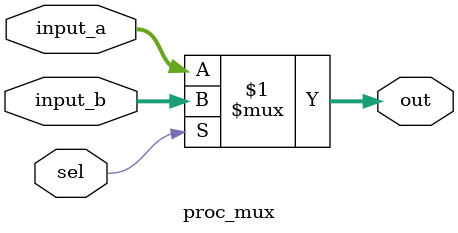
<source format=v>
`timescale 1ns / 1ps
module proc_mux(
    input [7:0] input_a,
    input [7:0] input_b,
    input sel,
    output [7:0] out
    );

assign out = (sel) ? input_b : input_a;

endmodule

</source>
